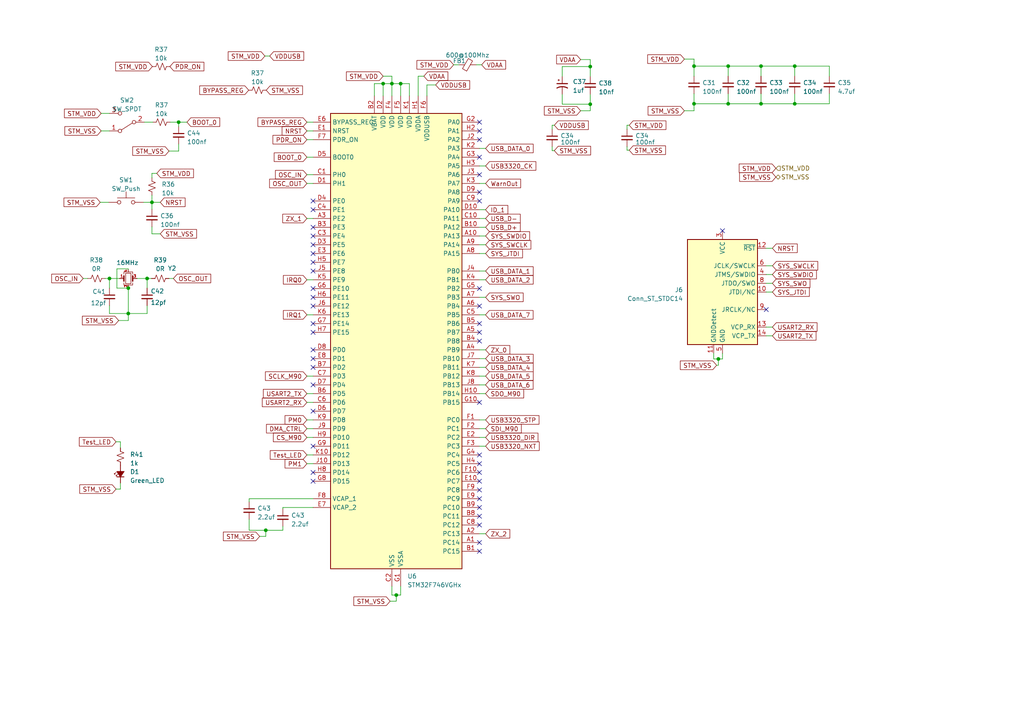
<source format=kicad_sch>
(kicad_sch (version 20231120) (generator "eeschema") (generator_version "8.0")
  (paper "A4")
  (lib_symbols
    (symbol "Connector:Conn_ST_STDC14"
      (property "Reference" "J" (at -8.89 16.51 0))
      (property "Value" "Conn_ST_STDC14" (at 17.78 16.51 0))
      (symbol "Conn_ST_STDC14_0_1"
        (rectangle (start -10.16 15.24) (end 10.16 -15.24) (stroke (width 0.254)) (fill (type background)))
      )
      (symbol "Conn_ST_STDC14_1_1"
        (pin no_connect line (at -10.16 5.08 0) (length 2.54) hide (name "NC") (number "1"))
        (pin output line (at 12.7 0 180) (length 2.54) (name "JTDI/NC") (number "10"))
        (pin passive line (at -2.54 -17.78 90) (length 2.54) (name "GNDDetect") (number "11"))
        (pin open_collector line (at 12.7 12.7 180) (length 2.54) (name "~{RST}") (number "12"))
        (pin output line (at 12.7 -10.16 180) (length 2.54) (name "VCP_RX") (number "13"))
        (pin input line (at 12.7 -12.7 180) (length 2.54) (name "VCP_TX") (number "14"))
        (pin no_connect line (at -10.16 2.54 0) (length 2.54) hide (name "NC") (number "2"))
        (pin power_in line (at 0 17.78 270) (length 2.54) (name "VCC") (number "3"))
        (pin bidirectional line (at 12.7 5.08 180) (length 2.54) (name "JTMS/SWDIO") (number "4"))
        (pin power_in line (at 0 -17.78 90) (length 2.54) (name "GND") (number "5"))
        (pin output line (at 12.7 7.62 180) (length 2.54) (name "JCLK/SWCLK") (number "6"))
        (pin passive line (at 0 -17.78 90) (length 2.54) hide (name "GND") (number "7"))
        (pin input line (at 12.7 2.54 180) (length 2.54) (name "JTDO/SWO") (number "8"))
        (pin input line (at 12.7 -5.08 180) (length 2.54) (name "JRCLK/NC") (number "9"))
      )
    )
    (symbol "Device:C_Polarized_Small_US" (pin_numbers hide) (pin_names (offset 0.254) hide)
      (property "Reference" "C" (at 0.254 1.778 0))
      (property "Value" "C_Polarized_Small_US" (at 0.254 -2.032 0))
      (symbol "C_Polarized_Small_US_0_1"
        (polyline (pts (xy -1.524 0.508) (xy 1.524 0.508)) (stroke (width 0.3048)))
        (polyline (pts (xy -1.27 1.524) (xy -0.762 1.524)))
        (polyline (pts (xy -1.016 1.27) (xy -1.016 1.778)))
        (arc (start 1.524 -0.762) (mid 0 -0.3734) (end -1.524 -0.762) (stroke (width 0.3048)))
      )
      (symbol "C_Polarized_Small_US_1_1"
        (pin passive line (at 0 2.54 270) (length 2.032) (name "~") (number "1"))
        (pin passive line (at 0 -2.54 90) (length 2.032) (name "~") (number "2"))
      )
    )
    (symbol "Device:C_Small" (pin_numbers hide) (pin_names (offset 0.254) hide)
      (property "Reference" "C" (at 0.254 1.778 0))
      (property "Value" "C_Small" (at 0.254 -2.032 0))
      (symbol "C_Small_0_1"
        (polyline (pts (xy -1.524 -0.508) (xy 1.524 -0.508)) (stroke (width 0.3302)))
        (polyline (pts (xy -1.524 0.508) (xy 1.524 0.508)) (stroke (width 0.3048)))
      )
      (symbol "C_Small_1_1"
        (pin passive line (at 0 2.54 270) (length 2.032) (name "~") (number "1"))
        (pin passive line (at 0 -2.54 90) (length 2.032) (name "~") (number "2"))
      )
    )
    (symbol "Device:Crystal_GND24_Small" (pin_names (offset 1.016) hide)
      (property "Reference" "Y" (at 1.27 4.445 0))
      (property "Value" "Crystal_GND24_Small" (at 1.27 2.54 0))
      (symbol "Crystal_GND24_Small_0_1"
        (rectangle (start -0.762 -1.524) (end 0.762 1.524))
        (polyline (pts (xy -1.27 -0.762) (xy -1.27 0.762)) (stroke (width 0.381)))
        (polyline (pts (xy 1.27 -0.762) (xy 1.27 0.762)) (stroke (width 0.381)))
        (polyline (pts (xy -1.27 -1.27) (xy -1.27 -1.905) (xy 1.27 -1.905) (xy 1.27 -1.27)))
        (polyline (pts (xy -1.27 1.27) (xy -1.27 1.905) (xy 1.27 1.905) (xy 1.27 1.27)))
      )
      (symbol "Crystal_GND24_Small_1_1"
        (pin passive line (at -2.54 0 0) (length 1.27) (name "1") (number "1"))
        (pin passive line (at 0 -2.54 90) (length 0.635) (name "2") (number "2"))
        (pin passive line (at 2.54 0 180) (length 1.27) (name "3") (number "3"))
        (pin passive line (at 0 2.54 270) (length 0.635) (name "4") (number "4"))
      )
    )
    (symbol "Device:FerriteBead_Small" (pin_numbers hide) (pin_names (offset 0))
      (property "Reference" "FB" (at 1.905 1.27 0))
      (property "Value" "FerriteBead_Small" (at 1.905 -1.27 0))
      (symbol "FerriteBead_Small_0_1"
        (polyline (pts (xy 0 -1.27) (xy 0 -0.7874)))
        (polyline (pts (xy 0 0.889) (xy 0 1.2954)))
        (polyline (pts (xy -1.8288 0.2794) (xy -1.1176 1.4986) (xy 1.8288 -0.2032) (xy 1.1176 -1.4224) (xy -1.8288 0.2794)))
      )
      (symbol "FerriteBead_Small_1_1"
        (pin passive line (at 0 2.54 270) (length 1.27) (name "~") (number "1"))
        (pin passive line (at 0 -2.54 90) (length 1.27) (name "~") (number "2"))
      )
    )
    (symbol "Device:LED_Small_Filled" (pin_numbers hide) (pin_names (offset 0.254) hide)
      (property "Reference" "D" (at -1.27 3.175 0))
      (property "Value" "LED_Small_Filled" (at -4.445 -2.54 0))
      (symbol "LED_Small_Filled_0_1"
        (polyline (pts (xy -0.762 -1.016) (xy -0.762 1.016)) (stroke (width 0.254)))
        (polyline (pts (xy 1.016 0) (xy -0.762 0)))
        (polyline (pts (xy 0.762 -1.016) (xy -0.762 0) (xy 0.762 1.016) (xy 0.762 -1.016)) (stroke (width 0.254)) (fill (type outline)))
        (polyline (pts (xy 0 0.762) (xy -0.508 1.27) (xy -0.254 1.27) (xy -0.508 1.27) (xy -0.508 1.016)))
        (polyline (pts (xy 0.508 1.27) (xy 0 1.778) (xy 0.254 1.778) (xy 0 1.778) (xy 0 1.524)))
      )
      (symbol "LED_Small_Filled_1_1"
        (pin passive line (at -2.54 0 0) (length 1.778) (name "K") (number "1"))
        (pin passive line (at 2.54 0 180) (length 1.778) (name "A") (number "2"))
      )
    )
    (symbol "Device:R_Small_US" (pin_numbers hide) (pin_names (offset 0.254) hide)
      (property "Reference" "R" (at 0.762 0.508 0))
      (property "Value" "R_Small_US" (at 0.762 -1.016 0))
      (symbol "R_Small_US_1_1"
        (polyline (pts (xy 0 0) (xy 1.016 -0.381) (xy 0 -0.762) (xy -1.016 -1.143) (xy 0 -1.524)))
        (polyline (pts (xy 0 1.524) (xy 1.016 1.143) (xy 0 0.762) (xy -1.016 0.381) (xy 0 0)))
        (pin passive line (at 0 2.54 270) (length 1.016) (name "~") (number "1"))
        (pin passive line (at 0 -2.54 90) (length 1.016) (name "~") (number "2"))
      )
    )
    (symbol "MCU_ST_STM32F7:STM32F746VGHx"
      (property "Reference" "U" (at -17.78 67.31 0))
      (property "Value" "STM32F746VGHx" (at 12.7 67.31 0))
      (symbol "STM32F746VGHx_0_1"
        (rectangle (start -17.78 -66.04) (end 20.32 66.04) (stroke (width 0.254)) (fill (type background)))
      )
      (symbol "STM32F746VGHx_1_1"
        (pin bidirectional line (at 25.4 -58.42 180) (length 5.08) (name "PC14") (number "A1"))
        (pin bidirectional line (at 25.4 30.48 180) (length 5.08) (name "PA13") (number "A10"))
        (pin bidirectional line (at 25.4 -55.88 180) (length 5.08) (name "PC13") (number "A2"))
        (pin bidirectional line (at -22.86 35.56 0) (length 5.08) (name "PE2") (number "A3"))
        (pin bidirectional line (at 25.4 -2.54 180) (length 5.08) (name "PB9") (number "A4"))
        (pin bidirectional line (at 25.4 2.54 180) (length 5.08) (name "PB7") (number "A5"))
        (pin bidirectional line (at 25.4 10.16 180) (length 5.08) (name "PB4") (number "A6"))
        (pin bidirectional line (at 25.4 12.7 180) (length 5.08) (name "PB3") (number "A7"))
        (pin bidirectional line (at 25.4 25.4 180) (length 5.08) (name "PA15") (number "A8"))
        (pin bidirectional line (at 25.4 27.94 180) (length 5.08) (name "PA14") (number "A9"))
        (pin bidirectional line (at 25.4 -60.96 180) (length 5.08) (name "PC15") (number "B1"))
        (pin bidirectional line (at 25.4 33.02 180) (length 5.08) (name "PA12") (number "B10"))
        (pin power_in line (at -5.08 71.12 270) (length 5.08) (name "VBAT") (number "B2"))
        (pin bidirectional line (at -22.86 33.02 0) (length 5.08) (name "PE3") (number "B3"))
        (pin bidirectional line (at 25.4 0 180) (length 5.08) (name "PB8") (number "B4"))
        (pin bidirectional line (at 25.4 5.08 180) (length 5.08) (name "PB6") (number "B5"))
        (pin bidirectional line (at -22.86 -15.24 0) (length 5.08) (name "PD5") (number "B6"))
        (pin bidirectional line (at -22.86 -7.62 0) (length 5.08) (name "PD2") (number "B7"))
        (pin bidirectional line (at 25.4 -50.8 180) (length 5.08) (name "PC11") (number "B8"))
        (pin bidirectional line (at 25.4 -48.26 180) (length 5.08) (name "PC10") (number "B9"))
        (pin bidirectional line (at -22.86 48.26 0) (length 5.08) (name "PH0") (number "C1"))
        (pin bidirectional line (at 25.4 35.56 180) (length 5.08) (name "PA11") (number "C10"))
        (pin power_in line (at 0 -71.12 90) (length 5.08) (name "VSS") (number "C2"))
        (pin bidirectional line (at -22.86 30.48 0) (length 5.08) (name "PE4") (number "C3"))
        (pin bidirectional line (at -22.86 38.1 0) (length 5.08) (name "PE1") (number "C4"))
        (pin bidirectional line (at 25.4 7.62 180) (length 5.08) (name "PB5") (number "C5"))
        (pin bidirectional line (at -22.86 -17.78 0) (length 5.08) (name "PD6") (number "C6"))
        (pin bidirectional line (at -22.86 -10.16 0) (length 5.08) (name "PD3") (number "C7"))
        (pin bidirectional line (at 25.4 -53.34 180) (length 5.08) (name "PC12") (number "C8"))
        (pin bidirectional line (at 25.4 40.64 180) (length 5.08) (name "PA9") (number "C9"))
        (pin bidirectional line (at -22.86 45.72 0) (length 5.08) (name "PH1") (number "D1"))
        (pin bidirectional line (at 25.4 38.1 180) (length 5.08) (name "PA10") (number "D10"))
        (pin power_in line (at -2.54 71.12 270) (length 5.08) (name "VDD") (number "D2"))
        (pin bidirectional line (at -22.86 27.94 0) (length 5.08) (name "PE5") (number "D3"))
        (pin bidirectional line (at -22.86 40.64 0) (length 5.08) (name "PE0") (number "D4"))
        (pin input line (at -22.86 53.34 0) (length 5.08) (name "BOOT0") (number "D5"))
        (pin bidirectional line (at -22.86 -20.32 0) (length 5.08) (name "PD7") (number "D6"))
        (pin bidirectional line (at -22.86 -12.7 0) (length 5.08) (name "PD4") (number "D7"))
        (pin bidirectional line (at -22.86 -2.54 0) (length 5.08) (name "PD0") (number "D8"))
        (pin bidirectional line (at 25.4 43.18 180) (length 5.08) (name "PA8") (number "D9"))
        (pin input line (at -22.86 60.96 0) (length 5.08) (name "NRST") (number "E1"))
        (pin bidirectional line (at 25.4 -40.64 180) (length 5.08) (name "PC7") (number "E10"))
        (pin bidirectional line (at 25.4 -27.94 180) (length 5.08) (name "PC2") (number "E2"))
        (pin bidirectional line (at -22.86 25.4 0) (length 5.08) (name "PE6") (number "E3"))
        (pin passive line (at 0 -71.12 90) (length 5.08) hide (name "VSS") (number "E4"))
        (pin passive line (at 0 -71.12 90) (length 5.08) hide (name "VSS") (number "E5"))
        (pin input line (at -22.86 63.5 0) (length 5.08) (name "BYPASS_REG") (number "E6"))
        (pin power_out line (at -22.86 -48.26 0) (length 5.08) (name "VCAP_2") (number "E7"))
        (pin bidirectional line (at -22.86 -5.08 0) (length 5.08) (name "PD1") (number "E8"))
        (pin bidirectional line (at 25.4 -45.72 180) (length 5.08) (name "PC9") (number "E9"))
        (pin bidirectional line (at 25.4 -22.86 180) (length 5.08) (name "PC0") (number "F1"))
        (pin bidirectional line (at 25.4 -38.1 180) (length 5.08) (name "PC6") (number "F10"))
        (pin bidirectional line (at 25.4 -25.4 180) (length 5.08) (name "PC1") (number "F2"))
        (pin bidirectional line (at 25.4 -30.48 180) (length 5.08) (name "PC3") (number "F3"))
        (pin power_in line (at 0 71.12 270) (length 5.08) (name "VDD") (number "F4"))
        (pin power_in line (at 2.54 71.12 270) (length 5.08) (name "VDD") (number "F5"))
        (pin power_in line (at 10.16 71.12 270) (length 5.08) (name "VDDUSB") (number "F6"))
        (pin input line (at -22.86 58.42 0) (length 5.08) (name "PDR_ON") (number "F7"))
        (pin power_out line (at -22.86 -45.72 0) (length 5.08) (name "VCAP_1") (number "F8"))
        (pin bidirectional line (at 25.4 -43.18 180) (length 5.08) (name "PC8") (number "F9"))
        (pin power_in line (at 2.54 -71.12 90) (length 5.08) (name "VSSA") (number "G1"))
        (pin bidirectional line (at 25.4 -17.78 180) (length 5.08) (name "PB15") (number "G10"))
        (pin bidirectional line (at 25.4 63.5 180) (length 5.08) (name "PA0") (number "G2"))
        (pin bidirectional line (at 25.4 53.34 180) (length 5.08) (name "PA4") (number "G3"))
        (pin bidirectional line (at 25.4 -33.02 180) (length 5.08) (name "PC4") (number "G4"))
        (pin bidirectional line (at 25.4 15.24 180) (length 5.08) (name "PB2") (number "G5"))
        (pin bidirectional line (at -22.86 15.24 0) (length 5.08) (name "PE10") (number "G6"))
        (pin bidirectional line (at -22.86 5.08 0) (length 5.08) (name "PE14") (number "G7"))
        (pin bidirectional line (at -22.86 -40.64 0) (length 5.08) (name "PD15") (number "G8"))
        (pin bidirectional line (at -22.86 -30.48 0) (length 5.08) (name "PD11") (number "G9"))
        (pin power_in line (at 7.62 71.12 270) (length 5.08) (name "VDDA") (number "H1"))
        (pin bidirectional line (at 25.4 -15.24 180) (length 5.08) (name "PB14") (number "H10"))
        (pin bidirectional line (at 25.4 60.96 180) (length 5.08) (name "PA1") (number "H2"))
        (pin bidirectional line (at 25.4 50.8 180) (length 5.08) (name "PA5") (number "H3"))
        (pin bidirectional line (at 25.4 -35.56 180) (length 5.08) (name "PC5") (number "H4"))
        (pin bidirectional line (at -22.86 22.86 0) (length 5.08) (name "PE7") (number "H5"))
        (pin bidirectional line (at -22.86 12.7 0) (length 5.08) (name "PE11") (number "H6"))
        (pin bidirectional line (at -22.86 2.54 0) (length 5.08) (name "PE15") (number "H7"))
        (pin bidirectional line (at -22.86 -38.1 0) (length 5.08) (name "PD14") (number "H8"))
        (pin bidirectional line (at -22.86 -27.94 0) (length 5.08) (name "PD10") (number "H9"))
        (pin passive line (at 0 -71.12 90) (length 5.08) hide (name "VSS") (number "J1"))
        (pin bidirectional line (at -22.86 -35.56 0) (length 5.08) (name "PD13") (number "J10"))
        (pin bidirectional line (at 25.4 58.42 180) (length 5.08) (name "PA2") (number "J2"))
        (pin bidirectional line (at 25.4 48.26 180) (length 5.08) (name "PA6") (number "J3"))
        (pin bidirectional line (at 25.4 20.32 180) (length 5.08) (name "PB0") (number "J4"))
        (pin bidirectional line (at -22.86 20.32 0) (length 5.08) (name "PE8") (number "J5"))
        (pin bidirectional line (at -22.86 10.16 0) (length 5.08) (name "PE12") (number "J6"))
        (pin bidirectional line (at 25.4 -5.08 180) (length 5.08) (name "PB10") (number "J7"))
        (pin bidirectional line (at 25.4 -12.7 180) (length 5.08) (name "PB13") (number "J8"))
        (pin bidirectional line (at -22.86 -25.4 0) (length 5.08) (name "PD9") (number "J9"))
        (pin power_in line (at 5.08 71.12 270) (length 5.08) (name "VDD") (number "K1"))
        (pin bidirectional line (at -22.86 -33.02 0) (length 5.08) (name "PD12") (number "K10"))
        (pin bidirectional line (at 25.4 55.88 180) (length 5.08) (name "PA3") (number "K2"))
        (pin bidirectional line (at 25.4 45.72 180) (length 5.08) (name "PA7") (number "K3"))
        (pin bidirectional line (at 25.4 17.78 180) (length 5.08) (name "PB1") (number "K4"))
        (pin bidirectional line (at -22.86 17.78 0) (length 5.08) (name "PE9") (number "K5"))
        (pin bidirectional line (at -22.86 7.62 0) (length 5.08) (name "PE13") (number "K6"))
        (pin bidirectional line (at 25.4 -7.62 180) (length 5.08) (name "PB11") (number "K7"))
        (pin bidirectional line (at 25.4 -10.16 180) (length 5.08) (name "PB12") (number "K8"))
        (pin bidirectional line (at -22.86 -22.86 0) (length 5.08) (name "PD8") (number "K9"))
      )
    )
    (symbol "Switch:SW_Push" (pin_numbers hide) (pin_names (offset 1.016) hide)
      (property "Reference" "SW" (at 1.27 2.54 0))
      (property "Value" "SW_Push" (at 0 -1.524 0))
      (symbol "SW_Push_0_1"
        (circle (center -2.032 0) (radius 0.508))
        (polyline (pts (xy 0 1.27) (xy 0 3.048)))
        (polyline (pts (xy 2.54 1.27) (xy -2.54 1.27)))
        (circle (center 2.032 0) (radius 0.508))
        (pin passive line (at -5.08 0 0) (length 2.54) (name "1") (number "1"))
        (pin passive line (at 5.08 0 180) (length 2.54) (name "2") (number "2"))
      )
    )
    (symbol "Switch:SW_SPDT" (pin_names (offset 0) hide)
      (property "Reference" "SW" (at 0 4.318 0))
      (property "Value" "SW_SPDT" (at 0 -5.08 0))
      (symbol "SW_SPDT_0_0"
        (circle (center -2.032 0) (radius 0.508))
        (circle (center 2.032 -2.54) (radius 0.508))
      )
      (symbol "SW_SPDT_0_1"
        (polyline (pts (xy -1.524 0.254) (xy 1.651 2.286)))
        (circle (center 2.032 2.54) (radius 0.508))
      )
      (symbol "SW_SPDT_1_1"
        (pin passive line (at 5.08 2.54 180) (length 2.54) (name "A") (number "1"))
        (pin passive line (at -5.08 0 0) (length 2.54) (name "B") (number "2"))
        (pin passive line (at 5.08 -2.54 180) (length 2.54) (name "C") (number "3"))
      )
    )
  )
  (junction (at 220.726 30.099))
  (junction (at 230.505 19.177))
  (junction (at 37.211 83.566))
  (junction (at 211.201 19.177))
  (junction (at 230.505 30.099))
  (junction (at 171.196 30.226))
  (junction (at 31.75 80.772))
  (junction (at 111.125 24.257))
  (junction (at 208.3562 104.1146))
  (junction (at 211.201 30.099))
  (junction (at 114.935 172.593))
  (junction (at 113.665 24.257))
  (junction (at 201.295 19.177))
  (junction (at 171.196 19.304))
  (junction (at 220.726 19.177))
  (junction (at 77.089 153.797))
  (junction (at 42.672 80.772))
  (junction (at 37.211 90.932))
  (junction (at 201.295 30.099))
  (junction (at 44.069 58.674))
  (junction (at 116.205 24.257))
  (junction (at 51.816 35.433))
  (no_connect (at 90.805 68.453))
  (no_connect (at 139.065 58.293))
  (no_connect (at 139.065 55.753))
  (no_connect (at 90.805 73.533))
  (no_connect (at 139.065 88.773))
  (no_connect (at 139.065 116.713))
  (no_connect (at 139.065 131.953))
  (no_connect (at 90.805 93.853))
  (no_connect (at 139.065 144.653))
  (no_connect (at 90.805 119.253))
  (no_connect (at 139.065 35.433))
  (no_connect (at 139.065 149.733))
  (no_connect (at 139.065 147.193))
  (no_connect (at 139.065 37.973))
  (no_connect (at 90.805 83.693))
  (no_connect (at 90.805 58.293))
  (no_connect (at 139.065 98.933))
  (no_connect (at 139.065 157.353))
  (no_connect (at 90.805 139.573))
  (no_connect (at 139.065 40.513))
  (no_connect (at 90.805 106.553))
  (no_connect (at 90.805 111.633))
  (no_connect (at 90.805 65.913))
  (no_connect (at 139.065 139.573))
  (no_connect (at 90.805 96.393))
  (no_connect (at 90.805 129.413))
  (no_connect (at 139.065 137.033))
  (no_connect (at 139.065 152.273))
  (no_connect (at 90.805 76.073))
  (no_connect (at 139.065 50.673))
  (no_connect (at 90.805 137.033))
  (no_connect (at 222.25 89.789))
  (no_connect (at 209.55 66.929))
  (no_connect (at 139.065 93.853))
  (no_connect (at 90.805 86.233))
  (no_connect (at 139.065 159.893))
  (no_connect (at 90.805 70.993))
  (no_connect (at 139.065 96.393))
  (no_connect (at 139.065 83.693))
  (no_connect (at 90.805 101.473))
  (no_connect (at 90.805 60.833))
  (no_connect (at 90.805 78.613))
  (no_connect (at 90.805 88.773))
  (no_connect (at 90.805 104.013))
  (no_connect (at 139.065 142.113))
  (no_connect (at 139.065 134.493))
  (no_connect (at 139.065 45.593))
  (wire (pts (xy 160.147 42.545) (xy 160.147 43.688)))
  (wire (pts (xy 139.065 104.013) (xy 140.843 104.013)))
  (wire (pts (xy 181.864 42.545) (xy 181.864 43.561)))
  (wire (pts (xy 49.022 43.815) (xy 51.816 43.815)))
  (wire (pts (xy 51.816 41.783) (xy 51.816 43.815)))
  (wire (pts (xy 89.027 53.213) (xy 90.805 53.213)))
  (wire (pts (xy 31.75 90.932) (xy 37.211 90.932)))
  (wire (pts (xy 114.935 172.593) (xy 114.935 174.371)))
  (wire (pts (xy 75.311 155.575) (xy 77.089 155.575)))
  (wire (pts (xy 42.672 90.932) (xy 42.672 88.646)))
  (wire (pts (xy 201.295 17.145) (xy 201.295 19.177)))
  (wire (pts (xy 163.068 30.226) (xy 163.068 27.305)))
  (wire (pts (xy 113.665 170.053) (xy 113.665 172.593)))
  (wire (pts (xy 171.196 19.304) (xy 171.196 22.225)))
  (wire (pts (xy 44.069 58.674) (xy 44.069 56.642)))
  (wire (pts (xy 29.083 58.674) (xy 31.496 58.674)))
  (wire (pts (xy 222.25 79.629) (xy 224.028 79.629)))
  (wire (pts (xy 160.782 36.322) (xy 160.147 36.322)))
  (wire (pts (xy 139.065 126.873) (xy 140.843 126.873)))
  (wire (pts (xy 139.065 101.473) (xy 140.843 101.473)))
  (wire (pts (xy 211.201 30.099) (xy 220.726 30.099)))
  (wire (pts (xy 201.295 30.099) (xy 211.201 30.099)))
  (wire (pts (xy 139.065 43.053) (xy 140.843 43.053)))
  (wire (pts (xy 37.211 83.566) (xy 37.211 83.312)))
  (wire (pts (xy 113.665 172.593) (xy 114.935 172.593)))
  (wire (pts (xy 126.365 24.638) (xy 123.825 24.638)))
  (wire (pts (xy 89.027 40.513) (xy 90.805 40.513)))
  (wire (pts (xy 139.065 114.173) (xy 140.8176 114.173)))
  (wire (pts (xy 37.211 83.566) (xy 37.211 90.932)))
  (wire (pts (xy 44.069 58.674) (xy 46.482 58.674)))
  (wire (pts (xy 90.805 63.373) (xy 89.027 63.373)))
  (wire (pts (xy 201.295 30.099) (xy 201.295 27.178)))
  (wire (pts (xy 208.3562 104.1146) (xy 208.3562 105.9434)))
  (wire (pts (xy 33.909 83.566) (xy 37.211 83.566)))
  (wire (pts (xy 220.726 30.099) (xy 230.505 30.099)))
  (wire (pts (xy 201.295 19.177) (xy 211.201 19.177)))
  (wire (pts (xy 222.25 94.869) (xy 224.028 94.869)))
  (wire (pts (xy 222.25 82.169) (xy 224.028 82.169)))
  (wire (pts (xy 201.295 30.099) (xy 201.295 32.131)))
  (wire (pts (xy 160.782 43.688) (xy 160.147 43.688)))
  (wire (pts (xy 230.505 22.098) (xy 230.505 19.177)))
  (wire (pts (xy 114.935 172.593) (xy 116.205 172.593)))
  (wire (pts (xy 34.671 80.772) (xy 31.75 80.772)))
  (wire (pts (xy 220.726 19.177) (xy 230.505 19.177)))
  (wire (pts (xy 33.909 77.978) (xy 33.909 83.566)))
  (wire (pts (xy 37.211 90.932) (xy 42.672 90.932)))
  (wire (pts (xy 49.403 35.433) (xy 51.816 35.433)))
  (wire (pts (xy 111.125 22.098) (xy 113.665 22.098)))
  (wire (pts (xy 198.501 17.145) (xy 201.295 17.145)))
  (wire (pts (xy 37.211 77.978) (xy 33.909 77.978)))
  (wire (pts (xy 160.147 36.322) (xy 160.147 37.465)))
  (wire (pts (xy 116.205 24.257) (xy 116.205 27.813)))
  (wire (pts (xy 89.027 126.873) (xy 90.805 126.873)))
  (wire (pts (xy 89.027 35.433) (xy 90.805 35.433)))
  (wire (pts (xy 163.068 22.225) (xy 163.068 19.304)))
  (wire (pts (xy 168.402 32.131) (xy 171.196 32.131)))
  (wire (pts (xy 139.065 91.313) (xy 140.8176 91.313)))
  (wire (pts (xy 139.065 111.633) (xy 140.8176 111.633)))
  (wire (pts (xy 121.285 22.098) (xy 121.285 27.813)))
  (wire (pts (xy 82.042 153.797) (xy 82.042 152.654)))
  (wire (pts (xy 211.201 22.098) (xy 211.201 19.177)))
  (wire (pts (xy 182.499 36.322) (xy 181.864 36.322)))
  (wire (pts (xy 198.501 32.131) (xy 201.295 32.131)))
  (wire (pts (xy 51.816 35.433) (xy 54.229 35.433)))
  (wire (pts (xy 113.665 24.257) (xy 116.205 24.257)))
  (wire (pts (xy 139.065 68.453) (xy 140.843 68.453)))
  (wire (pts (xy 44.069 67.818) (xy 44.069 65.786)))
  (wire (pts (xy 207.8482 105.9434) (xy 208.3562 105.9434)))
  (wire (pts (xy 222.25 97.409) (xy 224.028 97.409)))
  (wire (pts (xy 31.75 88.646) (xy 31.75 90.932)))
  (wire (pts (xy 230.505 30.099) (xy 240.538 30.099)))
  (wire (pts (xy 207.01 102.489) (xy 207.01 104.1146)))
  (wire (pts (xy 139.065 109.093) (xy 140.843 109.093)))
  (wire (pts (xy 139.065 53.213) (xy 140.843 53.213)))
  (wire (pts (xy 72.263 144.653) (xy 72.263 145.542)))
  (wire (pts (xy 72.263 153.797) (xy 77.089 153.797)))
  (wire (pts (xy 34.925 140.081) (xy 34.925 141.859)))
  (wire (pts (xy 139.065 124.333) (xy 140.843 124.333)))
  (wire (pts (xy 42.672 80.772) (xy 43.942 80.772)))
  (wire (pts (xy 139.065 86.233) (xy 140.843 86.233)))
  (wire (pts (xy 82.042 147.193) (xy 82.042 147.574)))
  (wire (pts (xy 44.069 50.292) (xy 45.466 50.292)))
  (wire (pts (xy 139.065 154.813) (xy 140.843 154.813)))
  (wire (pts (xy 211.201 30.099) (xy 211.201 27.178)))
  (wire (pts (xy 89.027 121.793) (xy 90.805 121.793)))
  (wire (pts (xy 230.505 19.177) (xy 240.538 19.177)))
  (wire (pts (xy 44.069 67.818) (xy 46.482 67.818)))
  (wire (pts (xy 222.25 84.709) (xy 224.028 84.709)))
  (wire (pts (xy 89.027 134.493) (xy 90.805 134.493)))
  (wire (pts (xy 208.3562 104.1146) (xy 207.01 104.1146)))
  (wire (pts (xy 139.065 70.993) (xy 140.843 70.993)))
  (wire (pts (xy 89.027 124.333) (xy 90.805 124.333)))
  (wire (pts (xy 44.069 60.706) (xy 44.069 58.674)))
  (wire (pts (xy 89.027 131.953) (xy 90.805 131.953)))
  (wire (pts (xy 182.499 43.561) (xy 181.864 43.561)))
  (wire (pts (xy 33.655 128.143) (xy 34.925 128.143)))
  (wire (pts (xy 24.13 80.772) (xy 25.4 80.772)))
  (wire (pts (xy 171.196 30.226) (xy 171.196 32.131)))
  (wire (pts (xy 31.75 80.772) (xy 31.75 83.566)))
  (wire (pts (xy 37.211 77.978) (xy 37.211 78.232)))
  (wire (pts (xy 72.263 150.622) (xy 72.263 153.797)))
  (wire (pts (xy 209.55 102.489) (xy 209.55 104.1146)))
  (wire (pts (xy 138.176 18.796) (xy 139.7 18.796)))
  (wire (pts (xy 41.656 58.674) (xy 44.069 58.674)))
  (wire (pts (xy 41.91 35.433) (xy 44.323 35.433)))
  (wire (pts (xy 220.726 30.099) (xy 220.726 27.178)))
  (wire (pts (xy 82.042 147.193) (xy 90.805 147.193)))
  (wire (pts (xy 163.068 30.226) (xy 171.196 30.226)))
  (wire (pts (xy 139.065 63.373) (xy 140.843 63.373)))
  (wire (pts (xy 131.572 18.796) (xy 133.096 18.796)))
  (wire (pts (xy 139.065 78.613) (xy 140.843 78.613)))
  (wire (pts (xy 139.065 60.833) (xy 140.8176 60.833)))
  (wire (pts (xy 118.745 24.257) (xy 118.745 27.813)))
  (wire (pts (xy 89.027 114.173) (xy 90.805 114.173)))
  (wire (pts (xy 77.089 153.797) (xy 77.089 155.575)))
  (wire (pts (xy 33.655 141.859) (xy 34.925 141.859)))
  (wire (pts (xy 113.665 24.257) (xy 113.665 22.098)))
  (wire (pts (xy 139.065 65.913) (xy 140.843 65.913)))
  (wire (pts (xy 77.089 153.797) (xy 82.042 153.797)))
  (wire (pts (xy 171.196 27.305) (xy 171.196 30.226)))
  (wire (pts (xy 51.816 35.433) (xy 51.816 36.703)))
  (wire (pts (xy 222.25 72.009) (xy 224.028 72.009)))
  (wire (pts (xy 34.925 128.143) (xy 34.925 129.921)))
  (wire (pts (xy 121.285 22.098) (xy 122.936 22.098)))
  (wire (pts (xy 201.295 22.098) (xy 201.295 19.177)))
  (wire (pts (xy 139.065 73.533) (xy 140.843 73.533)))
  (wire (pts (xy 76.835 16.256) (xy 78.232 16.256)))
  (wire (pts (xy 37.211 90.932) (xy 37.211 92.964)))
  (wire (pts (xy 34.417 92.964) (xy 37.211 92.964)))
  (wire (pts (xy 89.027 91.313) (xy 90.805 91.313)))
  (wire (pts (xy 29.337 32.893) (xy 31.75 32.893)))
  (wire (pts (xy 89.027 37.973) (xy 90.805 37.973)))
  (wire (pts (xy 44.069 51.562) (xy 44.069 50.292)))
  (wire (pts (xy 111.125 24.257) (xy 113.665 24.257)))
  (wire (pts (xy 139.065 106.553) (xy 140.843 106.553)))
  (wire (pts (xy 171.196 17.272) (xy 171.196 19.304)))
  (wire (pts (xy 89.027 50.673) (xy 90.805 50.673)))
  (wire (pts (xy 123.825 24.638) (xy 123.825 27.813)))
  (wire (pts (xy 139.065 48.133) (xy 140.843 48.133)))
  (wire (pts (xy 139.065 81.153) (xy 140.843 81.153)))
  (wire (pts (xy 89.027 81.153) (xy 90.805 81.153)))
  (wire (pts (xy 220.726 22.098) (xy 220.726 19.177)))
  (wire (pts (xy 29.337 37.973) (xy 31.75 37.973)))
  (wire (pts (xy 209.55 104.1146) (xy 208.3562 104.1146)))
  (wire (pts (xy 113.157 174.371) (xy 114.935 174.371)))
  (wire (pts (xy 108.585 27.813) (xy 108.585 24.257)))
  (wire (pts (xy 168.402 17.272) (xy 171.196 17.272)))
  (wire (pts (xy 108.585 24.257) (xy 111.125 24.257)))
  (wire (pts (xy 116.205 24.257) (xy 118.745 24.257)))
  (wire (pts (xy 116.205 172.593) (xy 116.205 170.053)))
  (wire (pts (xy 163.068 19.304) (xy 171.196 19.304)))
  (wire (pts (xy 89.027 109.093) (xy 90.805 109.093)))
  (wire (pts (xy 89.027 116.713) (xy 90.805 116.713)))
  (wire (pts (xy 211.201 19.177) (xy 220.726 19.177)))
  (wire (pts (xy 42.672 80.772) (xy 39.751 80.772)))
  (wire (pts (xy 222.25 77.089) (xy 224.0534 77.089)))
  (wire (pts (xy 240.538 22.098) (xy 240.538 19.177)))
  (wire (pts (xy 72.263 144.653) (xy 90.805 144.653)))
  (wire (pts (xy 113.665 24.257) (xy 113.665 27.813)))
  (wire (pts (xy 49.022 80.772) (xy 50.292 80.772)))
  (wire (pts (xy 181.864 36.322) (xy 181.864 37.465)))
  (wire (pts (xy 139.065 121.793) (xy 140.843 121.793)))
  (wire (pts (xy 230.505 30.099) (xy 230.505 27.178)))
  (wire (pts (xy 89.027 45.593) (xy 90.805 45.593)))
  (wire (pts (xy 42.672 80.772) (xy 42.672 83.566)))
  (wire (pts (xy 30.48 80.772) (xy 31.75 80.772)))
  (wire (pts (xy 240.538 30.099) (xy 240.538 27.178)))
  (wire (pts (xy 139.065 129.413) (xy 140.843 129.413)))
  (wire (pts (xy 111.125 24.257) (xy 111.125 27.813)))
  (global_label "STM_VSS" (shape input) (at 113.157 174.371 180) (property "Intersheetrefs" "${INTERSHEET_REFS}" (effects (hide yes))))
  (global_label "VDAA" (shape input) (at 168.402 17.272 180) (property "Intersheetrefs" "${INTERSHEET_REFS}" (effects (hide yes))))
  (global_label "USB_DATA_5" (shape input) (at 140.843 109.093 0) (property "Intersheetrefs" "${INTERSHEET_REFS}" (effects (hide yes))))
  (global_label "SYS_SWCLK" (shape input) (at 224.0534 77.089 0) (property "Intersheetrefs" "${INTERSHEET_REFS}" (effects (hide yes))))
  (global_label "IRQ1" (shape input) (at 89.027 91.313 180) (property "Intersheetrefs" "${INTERSHEET_REFS}" (effects (hide yes))))
  (global_label "STM_VSS" (shape input) (at 49.022 43.815 180) (property "Intersheetrefs" "${INTERSHEET_REFS}" (effects (hide yes))))
  (global_label "WarnOut" (shape input) (at 140.843 53.213 0) (property "Intersheetrefs" "${INTERSHEET_REFS}" (effects (hide yes))))
  (global_label "STM_VDD" (shape input) (at 76.835 16.256 180) (property "Intersheetrefs" "${INTERSHEET_REFS}" (effects (hide yes))))
  (global_label "Test_LED" (shape input) (at 89.027 131.953 180) (property "Intersheetrefs" "${INTERSHEET_REFS}" (effects (hide yes))))
  (global_label "USB_DATA_3" (shape input) (at 140.843 104.013 0) (property "Intersheetrefs" "${INTERSHEET_REFS}" (effects (hide yes))))
  (global_label "NRST" (shape input) (at 224.028 72.009 0) (property "Intersheetrefs" "${INTERSHEET_REFS}" (effects (hide yes))))
  (global_label "STM_VDD" (shape input) (at 45.466 50.292 0) (property "Intersheetrefs" "${INTERSHEET_REFS}" (effects (hide yes))))
  (global_label "USB3320_CK" (shape input) (at 140.843 48.133 0) (property "Intersheetrefs" "${INTERSHEET_REFS}" (effects (hide yes))))
  (global_label "PM0" (shape input) (at 89.027 121.793 180) (property "Intersheetrefs" "${INTERSHEET_REFS}" (effects (hide yes))))
  (global_label "OSC_OUT" (shape input) (at 89.027 53.213 180) (property "Intersheetrefs" "${INTERSHEET_REFS}" (effects (hide yes))))
  (global_label "VDDUSB" (shape input) (at 78.232 16.256 0) (property "Intersheetrefs" "${INTERSHEET_REFS}" (effects (hide yes))))
  (global_label "SYS_SWDIO" (shape input) (at 224.028 79.629 0) (property "Intersheetrefs" "${INTERSHEET_REFS}" (effects (hide yes))))
  (global_label "STM_VSS" (shape input) (at 46.482 67.818 0) (property "Intersheetrefs" "${INTERSHEET_REFS}" (effects (hide yes))))
  (global_label "SYS_SWO" (shape input) (at 224.028 82.169 0) (property "Intersheetrefs" "${INTERSHEET_REFS}" (effects (hide yes))))
  (global_label "PDR_ON" (shape input) (at 49.276 19.304 0) (property "Intersheetrefs" "${INTERSHEET_REFS}" (effects (hide yes))))
  (global_label "USB_DATA_2" (shape input) (at 140.843 81.153 0) (property "Intersheetrefs" "${INTERSHEET_REFS}" (effects (hide yes))))
  (global_label "STM_VDD" (shape input) (at 225.044 48.8188 180) (property "Intersheetrefs" "${INTERSHEET_REFS}" (effects (hide yes))))
  (global_label "STM_VSS" (shape input) (at 29.337 37.973 180) (property "Intersheetrefs" "${INTERSHEET_REFS}" (effects (hide yes))))
  (global_label "USB_DATA_1" (shape input) (at 140.843 78.613 0) (property "Intersheetrefs" "${INTERSHEET_REFS}" (effects (hide yes))))
  (global_label "ZX_0" (shape input) (at 140.843 101.473 0) (property "Intersheetrefs" "${INTERSHEET_REFS}" (effects (hide yes))))
  (global_label "ZX_1" (shape input) (at 89.027 63.373 180) (property "Intersheetrefs" "${INTERSHEET_REFS}" (effects (hide yes))))
  (global_label "USB_D-" (shape input) (at 140.843 63.373 0) (property "Intersheetrefs" "${INTERSHEET_REFS}" (effects (hide yes))))
  (global_label "STM_VDD" (shape input) (at 111.125 22.098 180) (property "Intersheetrefs" "${INTERSHEET_REFS}" (effects (hide yes))))
  (global_label "CS_M90" (shape input) (at 89.027 126.873 180) (property "Intersheetrefs" "${INTERSHEET_REFS}" (effects (hide yes))))
  (global_label "SYS_JTDI" (shape input) (at 140.843 73.533 0) (property "Intersheetrefs" "${INTERSHEET_REFS}" (effects (hide yes))))
  (global_label "SYS_SWO" (shape input) (at 140.843 86.233 0) (property "Intersheetrefs" "${INTERSHEET_REFS}" (effects (hide yes))))
  (global_label "USART2_TX" (shape input) (at 89.027 114.173 180) (property "Intersheetrefs" "${INTERSHEET_REFS}" (effects (hide yes))))
  (global_label "SDO_M90" (shape input) (at 140.8176 114.173 0) (property "Intersheetrefs" "${INTERSHEET_REFS}" (effects (hide yes))))
  (global_label "STM_VSS" (shape input) (at 34.417 92.964 180) (property "Intersheetrefs" "${INTERSHEET_REFS}" (effects (hide yes))))
  (global_label "STM_VSS" (shape input) (at 33.655 141.859 180) (property "Intersheetrefs" "${INTERSHEET_REFS}" (effects (hide yes))))
  (global_label "USB_DATA_4" (shape input) (at 140.843 106.553 0) (property "Intersheetrefs" "${INTERSHEET_REFS}" (effects (hide yes))))
  (global_label "USB_DATA_6" (shape input) (at 140.8176 111.633 0) (property "Intersheetrefs" "${INTERSHEET_REFS}" (effects (hide yes))))
  (global_label "BYPASS_REG" (shape input) (at 89.027 35.433 180) (property "Intersheetrefs" "${INTERSHEET_REFS}" (effects (hide yes))))
  (global_label "USB_D+" (shape input) (at 140.843 65.913 0) (property "Intersheetrefs" "${INTERSHEET_REFS}" (effects (hide yes))))
  (global_label "STM_VDD" (shape input) (at 131.572 18.796 180) (property "Intersheetrefs" "${INTERSHEET_REFS}" (effects (hide yes))))
  (global_label "VDAA" (shape input) (at 122.936 22.098 0) (property "Intersheetrefs" "${INTERSHEET_REFS}" (effects (hide yes))))
  (global_label "ID_1" (shape input) (at 140.8176 60.833 0) (property "Intersheetrefs" "${INTERSHEET_REFS}" (effects (hide yes))))
  (global_label "STM_VSS" (shape input) (at 225.044 51.3588 180) (property "Intersheetrefs" "${INTERSHEET_REFS}" (effects (hide yes))))
  (global_label "USB_DATA_0" (shape input) (at 140.843 43.053 0) (property "Intersheetrefs" "${INTERSHEET_REFS}" (effects (hide yes))))
  (global_label "IRQ0" (shape input) (at 89.027 81.153 180) (property "Intersheetrefs" "${INTERSHEET_REFS}" (effects (hide yes))))
  (global_label "PDR_ON" (shape input) (at 89.027 40.513 180) (property "Intersheetrefs" "${INTERSHEET_REFS}" (effects (hide yes))))
  (global_label "STM_VDD" (shape input) (at 182.499 36.322 0) (property "Intersheetrefs" "${INTERSHEET_REFS}" (effects (hide yes))))
  (global_label "BYPASS_REG" (shape input) (at 72.136 26.162 180) (property "Intersheetrefs" "${INTERSHEET_REFS}" (effects (hide yes))))
  (global_label "STM_VDD" (shape input) (at 198.501 17.145 180) (property "Intersheetrefs" "${INTERSHEET_REFS}" (effects (hide yes))))
  (global_label "USB_DATA_7" (shape input) (at 140.8176 91.313 0) (property "Intersheetrefs" "${INTERSHEET_REFS}" (effects (hide yes))))
  (global_label "NRST" (shape input) (at 89.027 37.973 180) (property "Intersheetrefs" "${INTERSHEET_REFS}" (effects (hide yes))))
  (global_label "USB3320_DIR" (shape input) (at 140.843 126.873 0) (property "Intersheetrefs" "${INTERSHEET_REFS}" (effects (hide yes))))
  (global_label "VDDUSB" (shape input) (at 160.782 36.322 0) (property "Intersheetrefs" "${INTERSHEET_REFS}" (effects (hide yes))))
  (global_label "STM_VSS" (shape input) (at 77.216 26.162 0) (property "Intersheetrefs" "${INTERSHEET_REFS}" (effects (hide yes))))
  (global_label "DMA_CTRL" (shape input) (at 89.027 124.333 180) (property "Intersheetrefs" "${INTERSHEET_REFS}" (effects (hide yes))))
  (global_label "SYS_JTDI" (shape input) (at 224.028 84.709 0) (property "Intersheetrefs" "${INTERSHEET_REFS}" (effects (hide yes))))
  (global_label "VDDUSB" (shape input) (at 126.365 24.638 0) (property "Intersheetrefs" "${INTERSHEET_REFS}" (effects (hide yes))))
  (global_label "STM_VSS" (shape input) (at 75.311 155.575 180) (property "Intersheetrefs" "${INTERSHEET_REFS}" (effects (hide yes))))
  (global_label "USART2_TX" (shape input) (at 224.028 97.409 0) (property "Intersheetrefs" "${INTERSHEET_REFS}" (effects (hide yes))))
  (global_label "STM_VSS" (shape input) (at 29.083 58.674 180) (property "Intersheetrefs" "${INTERSHEET_REFS}" (effects (hide yes))))
  (global_label "OSC_OUT" (shape input) (at 50.292 80.772 0) (property "Intersheetrefs" "${INTERSHEET_REFS}" (effects (hide yes))))
  (global_label "PM1" (shape input) (at 89.027 134.493 180) (property "Intersheetrefs" "${INTERSHEET_REFS}" (effects (hide yes))))
  (global_label "VDAA" (shape input) (at 139.7 18.796 0) (property "Intersheetrefs" "${INTERSHEET_REFS}" (effects (hide yes))))
  (global_label "USB3320_STP" (shape input) (at 140.843 121.793 0) (property "Intersheetrefs" "${INTERSHEET_REFS}" (effects (hide yes))))
  (global_label "OSC_IN" (shape input) (at 89.027 50.673 180) (property "Intersheetrefs" "${INTERSHEET_REFS}" (effects (hide yes))))
  (global_label "BOOT_0" (shape input) (at 54.229 35.433 0) (property "Intersheetrefs" "${INTERSHEET_REFS}" (effects (hide yes))))
  (global_label "SYS_SWCLK" (shape input) (at 140.843 70.993 0) (property "Intersheetrefs" "${INTERSHEET_REFS}" (effects (hide yes))))
  (global_label "STM_VDD" (shape input) (at 29.337 32.893 180) (property "Intersheetrefs" "${INTERSHEET_REFS}" (effects (hide yes))))
  (global_label "SCLK_M90" (shape input) (at 89.027 109.093 180) (property "Intersheetrefs" "${INTERSHEET_REFS}" (effects (hide yes))))
  (global_label "USB3320_NXT" (shape input) (at 140.843 129.413 0) (property "Intersheetrefs" "${INTERSHEET_REFS}" (effects (hide yes))))
  (global_label "STM_VSS" (shape input) (at 160.782 43.688 0) (property "Intersheetrefs" "${INTERSHEET_REFS}" (effects (hide yes))))
  (global_label "STM_VSS" (shape input) (at 168.402 32.131 180) (property "Intersheetrefs" "${INTERSHEET_REFS}" (effects (hide yes))))
  (global_label "STM_VDD" (shape input) (at 44.196 19.304 180) (property "Intersheetrefs" "${INTERSHEET_REFS}" (effects (hide yes))))
  (global_label "STM_VSS" (shape input) (at 207.8482 105.9434 180) (property "Intersheetrefs" "${INTERSHEET_REFS}" (effects (hide yes))))
  (global_label "BOOT_0" (shape input) (at 89.027 45.593 180) (property "Intersheetrefs" "${INTERSHEET_REFS}" (effects (hide yes))))
  (global_label "SDI_M90" (shape input) (at 140.843 124.333 0) (property "Intersheetrefs" "${INTERSHEET_REFS}" (effects (hide yes))))
  (global_label "NRST" (shape input) (at 46.482 58.674 0) (property "Intersheetrefs" "${INTERSHEET_REFS}" (effects (hide yes))))
  (global_label "SYS_SWDIO" (shape input) (at 140.843 68.453 0) (property "Intersheetrefs" "${INTERSHEET_REFS}" (effects (hide yes))))
  (global_label "STM_VSS" (shape input) (at 182.499 43.561 0) (property "Intersheetrefs" "${INTERSHEET_REFS}" (effects (hide yes))))
  (global_label "Test_LED" (shape input) (at 33.655 128.143 180) (property "Intersheetrefs" "${INTERSHEET_REFS}" (effects (hide yes))))
  (global_label "USART2_RX" (shape input) (at 89.027 116.713 180) (property "Intersheetrefs" "${INTERSHEET_REFS}" (effects (hide yes))))
  (global_label "STM_VSS" (shape input) (at 198.501 32.131 180) (property "Intersheetrefs" "${INTERSHEET_REFS}" (effects (hide yes))))
  (global_label "OSC_IN" (shape input) (at 24.13 80.772 180) (property "Intersheetrefs" "${INTERSHEET_REFS}" (effects (hide yes))))
  (global_label "ZX_2" (shape input) (at 140.843 154.813 0) (property "Intersheetrefs" "${INTERSHEET_REFS}" (effects (hide yes))))
  (global_label "USART2_RX" (shape input) (at 224.028 94.869 0) (property "Intersheetrefs" "${INTERSHEET_REFS}" (effects (hide yes))))
  (hierarchical_label "STM_VSS" (shape bidirectional) (at 225.044 51.3588 0))
  (hierarchical_label "STM_VDD" (shape input) (at 225.044 48.8188 0))
  (symbol (lib_id "Device:C_Small") (at 160.147 40.005 0) (unit 1)
    (property "Reference" "C34" (at 162.56 39.3763 0) (effects (justify left)))
    (property "Value" "100nf" (at 162.56 41.275 0) (effects (justify left)))
    (property "Footprint" "Capacitor_SMD:C_0603_1608Metric" (effects (hide yes)))
    (instances (project "STM32_Test_Board" (path "" (reference "C34") (unit 1))) (project "ST_Node" (path "" (reference "C27") (unit 1))))
  )
  (symbol (lib_id "Device:R_Small_US") (at 46.736 19.304 90) (unit 1)
    (property "Reference" "R37" (at 46.736 14.351 90))
    (property "Value" "10k" (at 46.736 16.891 90))
    (property "Footprint" "Resistor_SMD:R_0402_1005Metric" (effects (hide yes)))
    (instances (project "STM32_Test_Board" (path "" (reference "R37") (unit 1))) (project "ST_Node" (path "" (reference "R65") (unit 1))))
  )
  (symbol (lib_id "Device:C_Small") (at 44.069 63.246 0) (unit 1)
    (property "Reference" "C36" (at 46.482 62.6173 0) (effects (justify left)))
    (property "Value" "100nf" (at 46.482 65.1573 0) (effects (justify left)))
    (property "Footprint" "Capacitor_SMD:C_0402_1005Metric" (effects (hide yes)))
    (instances (project "STM32_Test_Board" (path "" (reference "C36") (unit 1))) (project "ST_Node" (path "" (reference "C24") (unit 1))))
  )
  (symbol (lib_id "Device:LED_Small_Filled") (at 34.925 137.541 90) (unit 1)
    (property "Reference" "D1" (at 37.719 136.8425 90) (effects (justify right)))
    (property "Value" "Green_LED" (at 37.719 139.3825 90) (effects (justify right)))
    (property "Footprint" "LED_SMD:LED_0603_1608Metric" (effects (hide yes)))
  )
  (symbol (lib_id "Device:R_Small_US") (at 34.925 132.461 0) (unit 1)
    (property "Reference" "R41" (at 37.719 131.826 0) (effects (justify left)))
    (property "Value" "1k" (at 37.719 134.366 0) (effects (justify left)))
    (property "Footprint" "Resistor_SMD:R_0603_1608Metric" (effects (hide yes)))
    (instances (project "STM32_Test_Board" (path "" (reference "R41") (unit 1))) (project "ST_Node" (path "" (reference "R60") (unit 1))))
  )
  (symbol (lib_id "Device:C_Small") (at 181.864 40.005 0) (unit 1)
    (property "Reference" "C34" (at 184.277 39.3763 0) (effects (justify left)))
    (property "Value" "100nf" (at 184.277 41.275 0) (effects (justify left)))
    (property "Footprint" "Capacitor_SMD:C_0402_1005Metric" (effects (hide yes)))
    (instances (project "STM32_Test_Board" (path "" (reference "C34") (unit 1))) (project "ST_Node" (path "" (reference "C47") (unit 1))))
  )
  (symbol (lib_id "Device:C_Small") (at 211.201 24.638 0) (unit 1)
    (property "Reference" "C32" (at 213.614 24.0093 0) (effects (justify left)))
    (property "Value" "100nf" (at 213.614 26.5493 0) (effects (justify left)))
    (property "Footprint" "Capacitor_SMD:C_0603_1608Metric" (effects (hide yes)))
  )
  (symbol (lib_id "Device:C_Polarized_Small_US") (at 163.068 24.765 0) (unit 1)
    (property "Reference" "C37" (at 166.116 23.6982 0) (effects (justify left)))
    (property "Value" "1uf" (at 166.116 26.2382 0) (effects (justify left)))
    (property "Footprint" "Capacitor_Tantalum_SMD:CP_EIA-3216-18_Kemet-A" (effects (hide yes)))
    (instances (project "STM32_Test_Board" (path "" (reference "C37") (unit 1))) (project "ST_Node" (path "" (reference "C29") (unit 1))))
  )
  (symbol (lib_id "Device:FerriteBead_Small") (at 135.636 18.796 90) (unit 1)
    (property "Reference" "FB1" (at 133.223 17.653 90))
    (property "Value" "600@100Mhz" (at 135.5979 16.002 90))
    (property "Footprint" "Resistor_SMD:R_0603_1608Metric" (effects (hide yes)))
  )
  (symbol (lib_id "Switch:SW_SPDT") (at 36.83 35.433 180) (unit 1)
    (property "Reference" "SW2" (at 36.83 29.083 0))
    (property "Value" "SW_SPDT" (at 36.83 31.623 0))
    (property "Footprint" "Button_Switch_SMD:SW_SPDT_PCM12" (effects (hide yes)))
    (instances (project "STM32_Test_Board" (path "" (reference "SW2") (unit 1))) (project "ST_Node" (path "" (reference "SW4") (unit 1))))
  )
  (symbol (lib_id "Device:C_Small") (at 72.263 148.082 0) (unit 1)
    (property "Reference" "C43" (at 74.676 147.4533 0) (effects (justify left)))
    (property "Value" "2.2uf" (at 74.676 149.9933 0) (effects (justify left)))
    (property "Footprint" "Capacitor_SMD:C_0603_1608Metric" (effects (hide yes)))
    (instances (project "STM32_Test_Board" (path "" (reference "C43") (unit 1))) (project "ST_Node" (path "" (reference "C36") (unit 1))))
  )
  (symbol (lib_id "Device:C_Small") (at 171.196 24.765 0) (unit 1)
    (property "Reference" "C38" (at 173.609 24.1363 0) (effects (justify left)))
    (property "Value" "10nf" (at 173.609 26.6763 0) (effects (justify left)))
    (property "Footprint" "Capacitor_SMD:C_0402_1005Metric" (effects (hide yes)))
    (instances (project "STM32_Test_Board" (path "" (reference "C38") (unit 1))) (project "ST_Node" (path "" (reference "C30") (unit 1))))
  )
  (symbol (lib_id "Device:C_Small") (at 240.538 24.638 0) (unit 1)
    (property "Reference" "C35" (at 242.951 24.0093 0) (effects (justify left)))
    (property "Value" "4.7uf" (at 242.951 26.5493 0) (effects (justify left)))
    (property "Footprint" "Capacitor_SMD:C_0603_1608Metric" (effects (hide yes)))
  )
  (symbol (lib_id "Connector:Conn_ST_STDC14") (at 209.55 84.709 0) (unit 1)
    (property "Reference" "J6" (at 198.12 84.074 0) (effects (justify right)))
    (property "Value" "Conn_ST_STDC14" (at 198.12 86.614 0) (effects (justify right)))
    (property "Footprint" "Connector_PinHeader_1.27mm:PinHeader_2x07_P1.27mm_Vertical_SMD" (effects (hide yes)))
    (property "Datasheet" "https://www.st.com/content/ccc/resource/technical/document/user_manual/group1/99/49/91/b6/b2/3a/46/e5/DM00526767/files/DM00526767.pdf/jcr:content/translations/en.DM00526767.pdf" (effects (hide yes)))
  )
  (symbol (lib_id "Device:C_Small") (at 230.505 24.638 0) (unit 1)
    (property "Reference" "C34" (at 232.918 24.0093 0) (effects (justify left)))
    (property "Value" "100nf" (at 232.918 26.5493 0) (effects (justify left)))
    (property "Footprint" "Capacitor_SMD:C_0402_1005Metric" (effects (hide yes)))
  )
  (symbol (lib_id "Device:C_Small") (at 201.295 24.638 0) (unit 1)
    (property "Reference" "C31" (at 203.708 24.0093 0) (effects (justify left)))
    (property "Value" "100nf" (at 203.708 26.5493 0) (effects (justify left)))
    (property "Footprint" "Capacitor_SMD:C_0603_1608Metric" (effects (hide yes)))
  )
  (symbol (lib_id "Device:R_Small_US") (at 46.482 80.772 90) (unit 1)
    (property "Reference" "R39" (at 46.482 75.438 90))
    (property "Value" "0R" (at 46.482 77.978 90))
    (property "Footprint" "Resistor_SMD:R_0402_1005Metric" (effects (hide yes)))
    (instances (project "STM32_Test_Board" (path "" (reference "R39") (unit 1))) (project "ST_Node" (path "" (reference "R58") (unit 1))))
  )
  (symbol (lib_id "Device:C_Small") (at 82.042 150.114 0) (unit 1)
    (property "Reference" "C43" (at 84.455 149.4853 0) (effects (justify left)))
    (property "Value" "2.2uf" (at 84.455 152.0253 0) (effects (justify left)))
    (property "Footprint" "Capacitor_SMD:C_0603_1608Metric" (effects (hide yes)))
    (instances (project "STM32_Test_Board" (path "" (reference "C43") (unit 1))) (project "ST_Node" (path "" (reference "C37") (unit 1))))
  )
  (symbol (lib_id "Device:R_Small_US") (at 46.863 35.433 90) (unit 1)
    (property "Reference" "R37" (at 46.863 30.48 90))
    (property "Value" "10k" (at 46.863 33.02 90))
    (property "Footprint" "Resistor_SMD:R_0402_1005Metric" (effects (hide yes)))
    (instances (project "STM32_Test_Board" (path "" (reference "R37") (unit 1))) (project "ST_Node" (path "" (reference "R59") (unit 1))))
  )
  (symbol (lib_id "Switch:SW_Push") (at 36.576 58.674 0) (unit 1)
    (property "Reference" "SW1" (at 36.576 52.197 0))
    (property "Value" "SW_Push" (at 36.576 54.737 0))
    (property "Footprint" "Button_Switch_SMD:SW_SPST_SKQG_WithStem" (effects (hide yes)))
    (instances (project "STM32_Test_Board" (path "" (reference "SW1") (unit 1))) (project "ST_Node" (path "" (reference "SW2") (unit 1))))
  )
  (symbol (lib_id "Device:C_Small") (at 220.726 24.638 0) (unit 1)
    (property "Reference" "C33" (at 223.139 24.0093 0) (effects (justify left)))
    (property "Value" "100nf" (at 223.139 26.5493 0) (effects (justify left)))
    (property "Footprint" "Capacitor_SMD:C_0402_1005Metric" (effects (hide yes)))
  )
  (symbol (lib_id "Device:C_Small") (at 31.75 86.106 0) (unit 1)
    (property "Reference" "C41" (at 26.797 84.582 0) (effects (justify left)))
    (property "Value" "12pf" (at 26.289 87.884 0) (effects (justify left)))
    (property "Footprint" "Capacitor_SMD:C_0402_1005Metric" (effects (hide yes)))
    (instances (project "STM32_Test_Board" (path "" (reference "C41") (unit 1))) (project "ST_Node" (path "" (reference "C25") (unit 1))))
  )
  (symbol (lib_id "Device:Crystal_GND24_Small") (at 37.211 80.772 0) (unit 1)
    (property "Reference" "Y2" (at 49.911 77.8257 0))
    (property "Value" "16MHz" (at 36.957 76.2 0))
    (property "Footprint" "Crystal:Crystal_SMD_3225-4Pin_3.2x2.5mm" (effects (hide yes)))
  )
  (symbol (lib_id "MCU_ST_STM32F7:STM32F746VGHx") (at 113.665 98.933 0) (unit 1)
    (property "Reference" "U6" (at 118.1609 167.132 0) (effects (justify left)))
    (property "Value" "STM32F746VGHx" (at 118.1609 169.672 0) (effects (justify left)))
    (property "Footprint" "Package_BGA:TFBGA-100_8x8mm_Layout10x10_P0.8mm" (effects (hide yes)))
    (property "Datasheet" "https://www.st.com/resource/en/datasheet/stm32f746vg.pdf" (effects (hide yes)))
  )
  (symbol (lib_id "Device:R_Small_US") (at 74.676 26.162 90) (unit 1)
    (property "Reference" "R37" (at 74.676 21.209 90))
    (property "Value" "10k" (at 74.676 23.749 90))
    (property "Footprint" "Resistor_SMD:R_0402_1005Metric" (effects (hide yes)))
    (instances (project "STM32_Test_Board" (path "" (reference "R37") (unit 1))) (project "ST_Node" (path "" (reference "R66") (unit 1))))
  )
  (symbol (lib_id "Device:C_Small") (at 42.672 86.106 0) (unit 1)
    (property "Reference" "C42" (at 43.688 84.455 0) (effects (justify left)))
    (property "Value" "12pf" (at 43.688 87.757 0) (effects (justify left)))
    (property "Footprint" "Capacitor_SMD:C_0402_1005Metric" (effects (hide yes)))
    (instances (project "STM32_Test_Board" (path "" (reference "C42") (unit 1))) (project "ST_Node" (path "" (reference "C26") (unit 1))))
  )
  (symbol (lib_id "Device:R_Small_US") (at 27.94 80.772 90) (unit 1)
    (property "Reference" "R38" (at 27.94 75.438 90))
    (property "Value" "0R" (at 27.94 77.978 90))
    (property "Footprint" "Resistor_SMD:R_0402_1005Metric" (effects (hide yes)))
    (instances (project "STM32_Test_Board" (path "" (reference "R38") (unit 1))) (project "ST_Node" (path "" (reference "R56") (unit 1))))
  )
  (symbol (lib_id "Device:C_Small") (at 51.816 39.243 0) (unit 1)
    (property "Reference" "C44" (at 54.229 38.6143 0) (effects (justify left)))
    (property "Value" "100nf" (at 54.229 41.1543 0) (effects (justify left)))
    (property "Footprint" "Capacitor_SMD:C_0402_1005Metric" (effects (hide yes)))
    (instances (project "STM32_Test_Board" (path "" (reference "C44") (unit 1))) (project "ST_Node" (path "" (reference "C28") (unit 1))))
  )
  (symbol (lib_id "Device:R_Small_US") (at 44.069 54.102 0) (unit 1)
    (property "Reference" "R36" (at 46.863 53.467 0) (effects (justify left)))
    (property "Value" "10k" (at 46.863 56.007 0) (effects (justify left)))
    (property "Footprint" "Resistor_SMD:R_0402_1005Metric" (effects (hide yes)))
    (instances (project "STM32_Test_Board" (path "" (reference "R36") (unit 1))) (project "ST_Node" (path "" (reference "R55") (unit 1))))
  )
)
</source>
